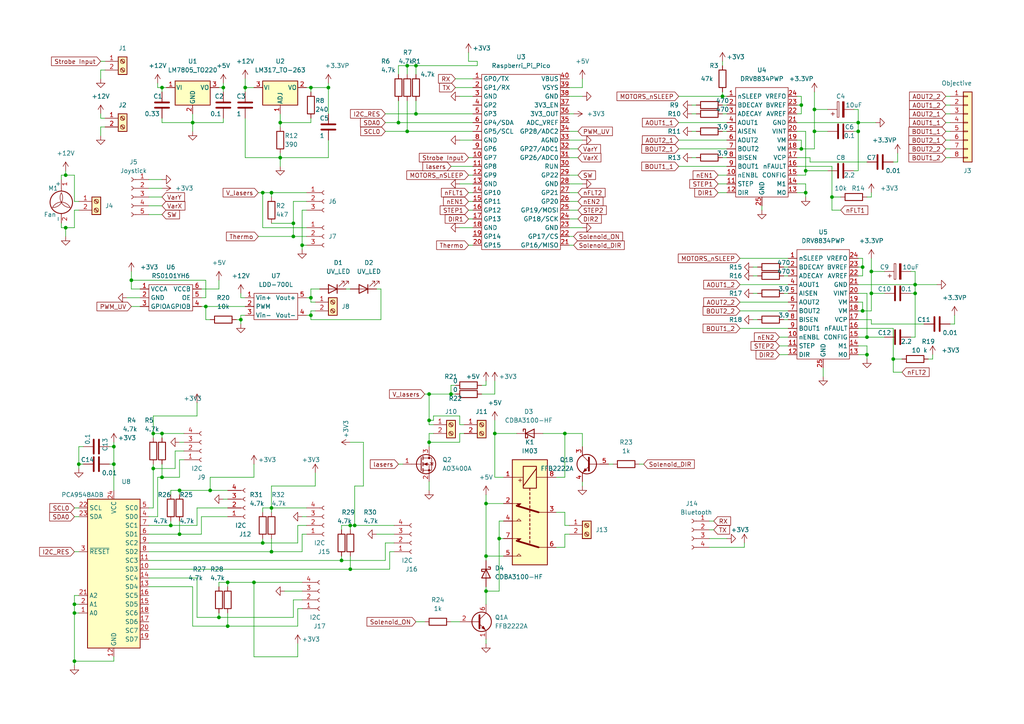
<source format=kicad_sch>
(kicad_sch (version 20230121) (generator eeschema)
  (paper "A4")
  (junction (at 73.66 168.91))
  (junction (at 21.59 177.8))
  (junction (at 90.17 86.36))
  (junction (at 46.99 25.4))
  (junction (at 130.81 114.3))
  (junction (at 252.73 78.74))
  (junction (at 143.51 125.73))
  (junction (at 69.85 92.71))
  (junction (at 66.04 181.61))
  (junction (at 265.43 85.09))
  (junction (at 140.97 171.45))
  (junction (at 85.09 64.77))
  (junction (at 232.41 43.18))
  (junction (at 44.45 125.73))
  (junction (at 163.83 125.73))
  (junction (at 55.88 35.56))
  (junction (at 251.46 97.79))
  (junction (at 236.22 38.1))
  (junction (at 265.43 82.55))
  (junction (at 21.59 175.26))
  (junction (at 120.65 19.05))
  (junction (at 241.3 57.15))
  (junction (at 250.19 77.47))
  (junction (at 38.1 81.28))
  (junction (at 118.11 19.05))
  (junction (at 140.97 161.29))
  (junction (at 81.28 45.72))
  (junction (at 250.19 90.17))
  (junction (at 118.11 38.1))
  (junction (at 252.73 85.09))
  (junction (at 46.99 125.73))
  (junction (at 71.12 25.4))
  (junction (at 19.05 66.04))
  (junction (at 46.99 138.43))
  (junction (at 259.08 104.14))
  (junction (at 236.22 31.75))
  (junction (at 251.46 102.87))
  (junction (at 248.92 38.1))
  (junction (at 90.17 91.44))
  (junction (at 63.5 179.07))
  (junction (at 33.02 134.62))
  (junction (at 140.97 146.05))
  (junction (at 115.57 35.56))
  (junction (at 52.07 154.94))
  (junction (at 124.46 128.27))
  (junction (at 232.41 30.48))
  (junction (at 101.6 165.1))
  (junction (at 101.6 152.4))
  (junction (at 78.74 160.02))
  (junction (at 102.87 152.4))
  (junction (at 76.2 157.48))
  (junction (at 22.86 134.62))
  (junction (at 21.59 191.77))
  (junction (at 144.78 156.21))
  (junction (at 49.53 152.4))
  (junction (at 95.25 25.4))
  (junction (at 59.69 88.9))
  (junction (at 78.74 147.32))
  (junction (at 33.02 129.54))
  (junction (at 90.17 25.4))
  (junction (at 209.55 27.94))
  (junction (at 78.74 55.88))
  (junction (at 233.68 55.88))
  (junction (at 19.05 50.8))
  (junction (at 248.92 35.56))
  (junction (at 81.28 35.56))
  (junction (at 66.04 168.91))
  (junction (at 124.46 121.92))
  (junction (at 120.65 33.02))
  (junction (at 233.68 49.53))
  (junction (at 85.09 68.58))
  (junction (at 52.07 142.24))
  (junction (at 87.63 71.12))
  (junction (at 60.96 142.24))
  (junction (at 99.06 162.56))
  (junction (at 76.2 55.88))
  (junction (at 124.46 114.3))
  (junction (at 64.77 25.4))
  (junction (at 44.45 135.89))
  (wire (pts (xy 165.1 27.94) (xy 168.91 27.94)))
  (wire (pts (xy 248.92 92.71) (xy 252.73 92.71)))
  (wire (pts (xy 46.99 59.69) (xy 43.18 59.69)))
  (wire (pts (xy 232.41 40.64) (xy 232.41 43.18)))
  (wire (pts (xy 17.78 66.04) (xy 19.05 66.04)))
  (wire (pts (xy 231.14 33.02) (xy 232.41 33.02)))
  (wire (pts (xy 233.68 50.8) (xy 231.14 50.8)))
  (wire (pts (xy 252.73 85.09) (xy 256.54 85.09)))
  (wire (pts (xy 259.08 107.95) (xy 259.08 104.14)))
  (wire (pts (xy 21.59 175.26) (xy 21.59 177.8)))
  (wire (pts (xy 114.3 160.02) (xy 113.03 160.02)))
  (wire (pts (xy 166.37 71.12) (xy 165.1 71.12)))
  (wire (pts (xy 157.48 125.73) (xy 163.83 125.73)))
  (wire (pts (xy 236.22 26.67) (xy 236.22 31.75)))
  (wire (pts (xy 31.75 129.54) (xy 33.02 129.54)))
  (wire (pts (xy 55.88 35.56) (xy 64.77 35.56)))
  (wire (pts (xy 53.34 128.27) (xy 52.07 128.27)))
  (wire (pts (xy 218.44 85.09) (xy 219.71 85.09)))
  (wire (pts (xy 167.64 58.42) (xy 165.1 58.42)))
  (wire (pts (xy 90.17 25.4) (xy 90.17 26.67)))
  (wire (pts (xy 265.43 82.55) (xy 271.78 82.55)))
  (wire (pts (xy 21.59 177.8) (xy 22.86 177.8)))
  (wire (pts (xy 231.14 27.94) (xy 232.41 27.94)))
  (wire (pts (xy 113.03 165.1) (xy 113.03 160.02)))
  (wire (pts (xy 135.89 58.42) (xy 137.16 58.42)))
  (wire (pts (xy 44.45 135.89) (xy 50.8 135.89)))
  (wire (pts (xy 31.75 134.62) (xy 33.02 134.62)))
  (wire (pts (xy 78.74 55.88) (xy 88.9 55.88)))
  (wire (pts (xy 274.32 43.18) (xy 275.59 43.18)))
  (wire (pts (xy 186.69 134.62) (xy 185.42 134.62)))
  (wire (pts (xy 57.15 179.07) (xy 63.5 179.07)))
  (wire (pts (xy 59.69 86.36) (xy 59.69 81.28)))
  (wire (pts (xy 33.02 190.5) (xy 33.02 191.77)))
  (wire (pts (xy 43.18 154.94) (xy 52.07 154.94)))
  (wire (pts (xy 209.55 38.1) (xy 210.82 38.1)))
  (wire (pts (xy 248.92 82.55) (xy 265.43 82.55)))
  (wire (pts (xy 140.97 161.29) (xy 140.97 146.05)))
  (wire (pts (xy 167.64 60.96) (xy 165.1 60.96)))
  (wire (pts (xy 59.69 92.71) (xy 60.96 92.71)))
  (wire (pts (xy 43.18 160.02) (xy 78.74 160.02)))
  (wire (pts (xy 165.1 25.4) (xy 168.91 25.4)))
  (wire (pts (xy 248.92 100.33) (xy 251.46 100.33)))
  (wire (pts (xy 52.07 142.24) (xy 52.07 143.51)))
  (wire (pts (xy 238.76 106.68) (xy 238.76 109.22)))
  (wire (pts (xy 231.14 55.88) (xy 233.68 55.88)))
  (wire (pts (xy 134.62 123.19) (xy 133.35 123.19)))
  (wire (pts (xy 68.58 92.71) (xy 69.85 92.71)))
  (wire (pts (xy 231.14 45.72) (xy 234.95 45.72)))
  (wire (pts (xy 44.45 135.89) (xy 44.45 147.32)))
  (wire (pts (xy 274.32 27.94) (xy 275.59 27.94)))
  (wire (pts (xy 248.92 35.56) (xy 254 35.56)))
  (wire (pts (xy 19.05 49.53) (xy 19.05 50.8)))
  (wire (pts (xy 90.17 91.44) (xy 90.17 90.17)))
  (wire (pts (xy 252.73 78.74) (xy 256.54 78.74)))
  (wire (pts (xy 269.24 104.14) (xy 270.51 104.14)))
  (wire (pts (xy 227.33 77.47) (xy 228.6 77.47)))
  (wire (pts (xy 21.59 147.32) (xy 22.86 147.32)))
  (wire (pts (xy 165.1 50.8) (xy 167.64 50.8)))
  (wire (pts (xy 76.2 147.32) (xy 78.74 147.32)))
  (wire (pts (xy 115.57 19.05) (xy 115.57 21.59)))
  (wire (pts (xy 105.41 128.27) (xy 105.41 140.97)))
  (wire (pts (xy 78.74 64.77) (xy 85.09 64.77)))
  (wire (pts (xy 29.21 20.32) (xy 29.21 22.86)))
  (wire (pts (xy 215.9 157.48) (xy 215.9 158.75)))
  (wire (pts (xy 132.08 22.86) (xy 137.16 22.86)))
  (wire (pts (xy 227.33 92.71) (xy 228.6 92.71)))
  (wire (pts (xy 132.08 25.4) (xy 137.16 25.4)))
  (wire (pts (xy 95.25 25.4) (xy 90.17 25.4)))
  (wire (pts (xy 66.04 168.91) (xy 73.66 168.91)))
  (wire (pts (xy 248.92 87.63) (xy 250.19 87.63)))
  (wire (pts (xy 209.55 27.94) (xy 210.82 27.94)))
  (wire (pts (xy 205.74 156.21) (xy 210.82 156.21)))
  (wire (pts (xy 132.08 114.3) (xy 130.81 114.3)))
  (wire (pts (xy 55.88 33.02) (xy 55.88 35.56)))
  (wire (pts (xy 140.97 161.29) (xy 140.97 162.56)))
  (wire (pts (xy 63.5 168.91) (xy 66.04 168.91)))
  (wire (pts (xy 78.74 140.97) (xy 78.74 147.32)))
  (wire (pts (xy 252.73 74.93) (xy 252.73 78.74)))
  (wire (pts (xy 248.92 49.53) (xy 248.92 38.1)))
  (wire (pts (xy 33.02 134.62) (xy 33.02 142.24)))
  (wire (pts (xy 81.28 33.02) (xy 81.28 35.56)))
  (wire (pts (xy 135.89 50.8) (xy 137.16 50.8)))
  (wire (pts (xy 88.9 91.44) (xy 90.17 91.44)))
  (wire (pts (xy 214.63 74.93) (xy 228.6 74.93)))
  (wire (pts (xy 236.22 31.75) (xy 236.22 38.1)))
  (wire (pts (xy 29.21 33.02) (xy 29.21 34.29)))
  (wire (pts (xy 248.92 31.75) (xy 248.92 35.56)))
  (wire (pts (xy 252.73 93.98) (xy 252.73 92.71)))
  (wire (pts (xy 52.07 138.43) (xy 52.07 133.35)))
  (wire (pts (xy 133.35 40.64) (xy 137.16 40.64)))
  (wire (pts (xy 165.1 40.64) (xy 168.91 40.64)))
  (wire (pts (xy 214.63 95.25) (xy 228.6 95.25)))
  (wire (pts (xy 133.35 125.73) (xy 133.35 128.27)))
  (wire (pts (xy 43.18 54.61) (xy 46.99 54.61)))
  (wire (pts (xy 274.32 33.02) (xy 275.59 33.02)))
  (wire (pts (xy 218.44 80.01) (xy 219.71 80.01)))
  (wire (pts (xy 241.3 48.26) (xy 241.3 57.15)))
  (wire (pts (xy 140.97 171.45) (xy 140.97 175.26)))
  (wire (pts (xy 143.51 114.3) (xy 139.7 114.3)))
  (wire (pts (xy 140.97 170.18) (xy 140.97 171.45)))
  (wire (pts (xy 102.87 140.97) (xy 102.87 152.4)))
  (wire (pts (xy 30.48 20.32) (xy 29.21 20.32)))
  (wire (pts (xy 250.19 87.63) (xy 250.19 90.17)))
  (wire (pts (xy 120.65 19.05) (xy 138.43 19.05)))
  (wire (pts (xy 91.44 137.16) (xy 91.44 140.97)))
  (wire (pts (xy 88.9 58.42) (xy 85.09 58.42)))
  (wire (pts (xy 231.14 35.56) (xy 248.92 35.56)))
  (wire (pts (xy 43.18 162.56) (xy 99.06 162.56)))
  (wire (pts (xy 101.6 152.4) (xy 99.06 152.4)))
  (wire (pts (xy 59.69 88.9) (xy 71.12 88.9)))
  (wire (pts (xy 118.11 19.05) (xy 118.11 21.59)))
  (wire (pts (xy 111.76 157.48) (xy 111.76 162.56)))
  (wire (pts (xy 44.45 120.65) (xy 57.15 120.65)))
  (wire (pts (xy 57.15 179.07) (xy 57.15 167.64)))
  (wire (pts (xy 87.63 173.99) (xy 85.09 173.99)))
  (wire (pts (xy 144.78 151.13) (xy 144.78 156.21)))
  (wire (pts (xy 168.91 129.54) (xy 168.91 125.73)))
  (wire (pts (xy 241.3 57.15) (xy 243.84 57.15)))
  (wire (pts (xy 30.48 17.78) (xy 29.21 17.78)))
  (wire (pts (xy 85.09 68.58) (xy 88.9 68.58)))
  (wire (pts (xy 22.86 134.62) (xy 24.13 134.62)))
  (wire (pts (xy 87.63 72.39) (xy 87.63 71.12)))
  (wire (pts (xy 58.42 154.94) (xy 58.42 149.86)))
  (wire (pts (xy 52.07 154.94) (xy 58.42 154.94)))
  (wire (pts (xy 87.63 60.96) (xy 88.9 60.96)))
  (wire (pts (xy 125.73 120.65) (xy 125.73 121.92)))
  (wire (pts (xy 233.68 49.53) (xy 240.03 49.53)))
  (wire (pts (xy 248.92 77.47) (xy 250.19 77.47)))
  (wire (pts (xy 200.66 33.02) (xy 201.93 33.02)))
  (wire (pts (xy 59.69 88.9) (xy 59.69 92.71)))
  (wire (pts (xy 135.89 55.88) (xy 137.16 55.88)))
  (wire (pts (xy 101.6 128.27) (xy 105.41 128.27)))
  (wire (pts (xy 124.46 139.7) (xy 124.46 142.24)))
  (wire (pts (xy 165.1 152.4) (xy 163.83 152.4)))
  (wire (pts (xy 260.35 46.99) (xy 259.08 46.99)))
  (wire (pts (xy 270.51 104.14) (xy 270.51 102.87)))
  (wire (pts (xy 55.88 170.18) (xy 43.18 170.18)))
  (wire (pts (xy 88.9 149.86) (xy 87.63 149.86)))
  (wire (pts (xy 209.55 26.67) (xy 209.55 27.94)))
  (wire (pts (xy 95.25 24.13) (xy 95.25 25.4)))
  (wire (pts (xy 166.37 68.58) (xy 165.1 68.58)))
  (wire (pts (xy 43.18 62.23) (xy 46.99 62.23)))
  (wire (pts (xy 265.43 85.09) (xy 265.43 82.55)))
  (wire (pts (xy 247.65 49.53) (xy 248.92 49.53)))
  (wire (pts (xy 248.92 38.1) (xy 248.92 35.56)))
  (wire (pts (xy 30.48 36.83) (xy 29.21 36.83)))
  (wire (pts (xy 130.81 114.3) (xy 130.81 111.76)))
  (wire (pts (xy 21.59 160.02) (xy 22.86 160.02)))
  (wire (pts (xy 44.45 134.62) (xy 44.45 135.89)))
  (wire (pts (xy 66.04 177.8) (xy 66.04 181.61)))
  (wire (pts (xy 71.12 25.4) (xy 71.12 26.67)))
  (wire (pts (xy 248.92 85.09) (xy 251.46 85.09)))
  (wire (pts (xy 218.44 77.47) (xy 219.71 77.47)))
  (wire (pts (xy 21.59 175.26) (xy 22.86 175.26)))
  (wire (pts (xy 143.51 125.73) (xy 143.51 138.43)))
  (wire (pts (xy 109.22 154.94) (xy 114.3 154.94)))
  (wire (pts (xy 250.19 90.17) (xy 252.73 90.17)))
  (wire (pts (xy 105.41 140.97) (xy 102.87 140.97)))
  (wire (pts (xy 46.99 134.62) (xy 46.99 138.43)))
  (wire (pts (xy 165.1 45.72) (xy 167.64 45.72)))
  (wire (pts (xy 209.55 17.78) (xy 209.55 19.05)))
  (wire (pts (xy 46.99 57.15) (xy 43.18 57.15)))
  (wire (pts (xy 165.1 53.34) (xy 168.91 53.34)))
  (wire (pts (xy 274.32 38.1) (xy 275.59 38.1)))
  (wire (pts (xy 73.66 168.91) (xy 87.63 168.91)))
  (wire (pts (xy 49.53 152.4) (xy 57.15 152.4)))
  (wire (pts (xy 233.68 53.34) (xy 233.68 55.88)))
  (wire (pts (xy 66.04 168.91) (xy 66.04 170.18)))
  (wire (pts (xy 177.8 134.62) (xy 176.53 134.62)))
  (wire (pts (xy 63.5 179.07) (xy 85.09 179.07)))
  (wire (pts (xy 209.55 45.72) (xy 210.82 45.72)))
  (wire (pts (xy 52.07 151.13) (xy 52.07 154.94)))
  (wire (pts (xy 252.73 57.15) (xy 251.46 57.15)))
  (wire (pts (xy 44.45 120.65) (xy 44.45 125.73)))
  (wire (pts (xy 87.63 171.45) (xy 82.55 171.45)))
  (wire (pts (xy 274.32 40.64) (xy 275.59 40.64)))
  (wire (pts (xy 123.19 114.3) (xy 124.46 114.3)))
  (wire (pts (xy 100.33 83.82) (xy 101.6 83.82)))
  (wire (pts (xy 163.83 125.73) (xy 163.83 138.43)))
  (wire (pts (xy 248.92 80.01) (xy 250.19 80.01)))
  (wire (pts (xy 101.6 152.4) (xy 101.6 153.67)))
  (wire (pts (xy 234.95 46.99) (xy 251.46 46.99)))
  (wire (pts (xy 133.35 53.34) (xy 137.16 53.34)))
  (wire (pts (xy 144.78 156.21) (xy 144.78 171.45)))
  (wire (pts (xy 63.5 81.28) (xy 63.5 83.82)))
  (wire (pts (xy 87.63 154.94) (xy 88.9 154.94)))
  (wire (pts (xy 232.41 43.18) (xy 231.14 43.18)))
  (wire (pts (xy 76.2 156.21) (xy 76.2 157.48)))
  (wire (pts (xy 276.86 91.44) (xy 276.86 93.98)))
  (wire (pts (xy 130.81 111.76) (xy 132.08 111.76)))
  (wire (pts (xy 78.74 55.88) (xy 78.74 57.15)))
  (wire (pts (xy 125.73 125.73) (xy 124.46 125.73)))
  (wire (pts (xy 135.89 60.96) (xy 137.16 60.96)))
  (wire (pts (xy 87.63 176.53) (xy 86.36 176.53)))
  (wire (pts (xy 114.3 157.48) (xy 111.76 157.48)))
  (wire (pts (xy 22.86 60.96) (xy 21.59 60.96)))
  (wire (pts (xy 251.46 104.14) (xy 251.46 102.87)))
  (wire (pts (xy 21.59 191.77) (xy 21.59 193.04)))
  (wire (pts (xy 232.41 27.94) (xy 232.41 30.48)))
  (wire (pts (xy 57.15 147.32) (xy 57.15 152.4)))
  (wire (pts (xy 261.62 107.95) (xy 259.08 107.95)))
  (wire (pts (xy 226.06 100.33) (xy 228.6 100.33)))
  (wire (pts (xy 133.35 66.04) (xy 137.16 66.04)))
  (wire (pts (xy 44.45 125.73) (xy 46.99 125.73)))
  (wire (pts (xy 207.01 151.13) (xy 205.74 151.13)))
  (wire (pts (xy 214.63 87.63) (xy 228.6 87.63)))
  (wire (pts (xy 78.74 147.32) (xy 78.74 148.59)))
  (wire (pts (xy 87.63 71.12) (xy 88.9 71.12)))
  (wire (pts (xy 45.72 25.4) (xy 46.99 25.4)))
  (wire (pts (xy 120.65 29.21) (xy 120.65 33.02)))
  (wire (pts (xy 85.09 58.42) (xy 85.09 64.77)))
  (wire (pts (xy 73.66 134.62) (xy 73.66 138.43)))
  (wire (pts (xy 74.93 55.88) (xy 76.2 55.88)))
  (wire (pts (xy 226.06 97.79) (xy 228.6 97.79)))
  (wire (pts (xy 231.14 38.1) (xy 233.68 38.1)))
  (wire (pts (xy 38.1 78.74) (xy 38.1 81.28)))
  (wire (pts (xy 95.25 40.64) (xy 95.25 45.72)))
  (wire (pts (xy 118.11 29.21) (xy 118.11 38.1)))
  (wire (pts (xy 24.13 129.54) (xy 22.86 129.54)))
  (wire (pts (xy 64.77 24.13) (xy 64.77 25.4)))
  (wire (pts (xy 168.91 139.7) (xy 168.91 140.97)))
  (wire (pts (xy 120.65 180.34) (xy 123.19 180.34)))
  (wire (pts (xy 46.99 35.56) (xy 55.88 35.56)))
  (wire (pts (xy 168.91 125.73) (xy 163.83 125.73)))
  (wire (pts (xy 264.16 78.74) (xy 265.43 78.74)))
  (wire (pts (xy 209.55 33.02) (xy 210.82 33.02)))
  (wire (pts (xy 50.8 130.81) (xy 50.8 135.89)))
  (wire (pts (xy 124.46 121.92) (xy 125.73 121.92)))
  (wire (pts (xy 143.51 110.49) (xy 143.51 114.3)))
  (wire (pts (xy 57.15 116.84) (xy 57.15 120.65)))
  (wire (pts (xy 236.22 43.18) (xy 232.41 43.18)))
  (wire (pts (xy 86.36 186.69) (xy 86.36 190.5)))
  (wire (pts (xy 165.1 55.88) (xy 167.64 55.88)))
  (wire (pts (xy 21.59 172.72) (xy 21.59 175.26)))
  (wire (pts (xy 69.85 92.71) (xy 69.85 93.98)))
  (wire (pts (xy 252.73 55.88) (xy 252.73 57.15)))
  (wire (pts (xy 44.45 147.32) (xy 43.18 147.32)))
  (wire (pts (xy 101.6 152.4) (xy 102.87 152.4)))
  (wire (pts (xy 22.86 129.54) (xy 22.86 134.62)))
  (wire (pts (xy 124.46 114.3) (xy 124.46 121.92)))
  (wire (pts (xy 29.21 36.83) (xy 29.21 39.37)))
  (wire (pts (xy 85.09 173.99) (xy 85.09 179.07)))
  (wire (pts (xy 81.28 44.45) (xy 81.28 45.72)))
  (wire (pts (xy 134.62 125.73) (xy 133.35 125.73)))
  (wire (pts (xy 227.33 85.09) (xy 228.6 85.09)))
  (wire (pts (xy 44.45 127) (xy 44.45 125.73)))
  (wire (pts (xy 146.05 151.13) (xy 144.78 151.13)))
  (wire (pts (xy 232.41 30.48) (xy 232.41 33.02)))
  (wire (pts (xy 120.65 33.02) (xy 137.16 33.02)))
  (wire (pts (xy 53.34 133.35) (xy 52.07 133.35)))
  (wire (pts (xy 133.35 27.94) (xy 137.16 27.94)))
  (wire (pts (xy 167.64 63.5) (xy 165.1 63.5)))
  (wire (pts (xy 200.66 38.1) (xy 201.93 38.1)))
  (wire (pts (xy 144.78 171.45) (xy 140.97 171.45)))
  (wire (pts (xy 264.16 85.09) (xy 265.43 85.09)))
  (wire (pts (xy 260.35 44.45) (xy 260.35 46.99)))
  (wire (pts (xy 165.1 66.04) (xy 168.91 66.04)))
  (wire (pts (xy 69.85 85.09) (xy 69.85 86.36)))
  (wire (pts (xy 99.06 161.29) (xy 99.06 162.56)))
  (wire (pts (xy 196.85 40.64) (xy 210.82 40.64)))
  (wire (pts (xy 252.73 93.98) (xy 267.97 93.98)))
  (wire (pts (xy 233.68 57.15) (xy 233.68 55.88)))
  (wire (pts (xy 90.17 91.44) (xy 90.17 92.71)))
  (wire (pts (xy 90.17 83.82) (xy 92.71 83.82)))
  (wire (pts (xy 81.28 48.26) (xy 81.28 45.72)))
  (wire (pts (xy 231.14 40.64) (xy 232.41 40.64)))
  (wire (pts (xy 66.04 181.61) (xy 86.36 181.61)))
  (wire (pts (xy 250.19 74.93) (xy 250.19 77.47)))
  (wire (pts (xy 64.77 25.4) (xy 64.77 26.67)))
  (wire (pts (xy 161.29 158.75) (xy 163.83 158.75)))
  (wire (pts (xy 251.46 97.79) (xy 256.54 97.79)))
  (wire (pts (xy 161.29 148.59) (xy 163.83 148.59)))
  (wire (pts (xy 124.46 125.73) (xy 124.46 128.27)))
  (wire (pts (xy 78.74 140.97) (xy 91.44 140.97)))
  (wire (pts (xy 265.43 97.79) (xy 265.43 85.09)))
  (wire (pts (xy 196.85 43.18) (xy 210.82 43.18)))
  (wire (pts (xy 46.99 125.73) (xy 46.99 127)))
  (wire (pts (xy 66.04 147.32) (xy 57.15 147.32)))
  (wire (pts (xy 247.65 38.1) (xy 248.92 38.1)))
  (wire (pts (xy 71.12 25.4) (xy 71.12 22.86)))
  (wire (pts (xy 196.85 48.26) (xy 210.82 48.26)))
  (wire (pts (xy 88.9 152.4) (xy 86.36 152.4)))
  (wire (pts (xy 90.17 87.63) (xy 91.44 87.63)))
  (wire (pts (xy 200.66 45.72) (xy 201.93 45.72)))
  (wire (pts (xy 19.05 66.04) (xy 21.59 66.04)))
  (wire (pts (xy 214.63 90.17) (xy 228.6 90.17)))
  (wire (pts (xy 58.42 86.36) (xy 59.69 86.36)))
  (wire (pts (xy 66.04 144.78) (xy 64.77 144.78)))
  (wire (pts (xy 252.73 78.74) (xy 252.73 85.09)))
  (wire (pts (xy 19.05 50.8) (xy 21.59 50.8)))
  (wire (pts (xy 55.88 35.56) (xy 55.88 38.1)))
  (wire (pts (xy 248.92 74.93) (xy 250.19 74.93)))
  (wire (pts (xy 63.5 177.8) (xy 63.5 179.07)))
  (wire (pts (xy 138.43 17.78) (xy 138.43 19.05)))
  (wire (pts (xy 99.06 153.67) (xy 99.06 152.4)))
  (wire (pts (xy 38.1 81.28) (xy 59.69 81.28)))
  (wire (pts (xy 33.02 129.54) (xy 33.02 134.62)))
  (wire (pts (xy 110.49 83.82) (xy 110.49 92.71)))
  (wire (pts (xy 71.12 34.29) (xy 71.12 45.72)))
  (wire (pts (xy 43.18 152.4) (xy 49.53 152.4)))
  (wire (pts (xy 101.6 165.1) (xy 113.03 165.1)))
  (wire (pts (xy 236.22 31.75) (xy 240.03 31.75)))
  (wire (pts (xy 74.93 68.58) (xy 85.09 68.58)))
  (wire (pts (xy 115.57 134.62) (xy 116.84 134.62)))
  (wire (pts (xy 45.72 149.86) (xy 43.18 149.86)))
  (wire (pts (xy 120.65 19.05) (xy 120.65 21.59)))
  (wire (pts (xy 45.72 138.43) (xy 46.99 138.43)))
  (wire (pts (xy 66.04 142.24) (xy 60.96 142.24)))
  (wire (pts (xy 71.12 45.72) (xy 81.28 45.72)))
  (wire (pts (xy 140.97 111.76) (xy 140.97 110.49)))
  (wire (pts (xy 209.55 30.48) (xy 210.82 30.48)))
  (wire (pts (xy 90.17 90.17) (xy 91.44 90.17)))
  (wire (pts (xy 251.46 85.09) (xy 251.46 97.79)))
  (wire (pts (xy 90.17 35.56) (xy 81.28 35.56)))
  (wire (pts (xy 46.99 26.67) (xy 46.99 25.4)))
  (wire (pts (xy 60.96 138.43) (xy 73.66 138.43)))
  (wire (pts (xy 101.6 161.29) (xy 101.6 165.1)))
  (wire (pts (xy 36.83 86.36) (xy 40.64 86.36)))
  (wire (pts (xy 73.66 25.4) (xy 71.12 25.4)))
  (wire (pts (xy 87.63 60.96) (xy 87.63 71.12)))
  (wire (pts (xy 95.25 33.02) (xy 95.25 25.4)))
  (wire (pts (xy 90.17 34.29) (xy 90.17 35.56)))
  (wire (pts (xy 60.96 138.43) (xy 60.96 142.24)))
  (wire (pts (xy 165.1 43.18) (xy 167.64 43.18)))
  (wire (pts (xy 248.92 97.79) (xy 251.46 97.79)))
  (wire (pts (xy 30.48 34.29) (xy 29.21 34.29)))
  (wire (pts (xy 69.85 86.36) (xy 71.12 86.36)))
  (wire (pts (xy 251.46 100.33) (xy 251.46 102.87)))
  (wire (pts (xy 46.99 125.73) (xy 53.34 125.73)))
  (wire (pts (xy 17.78 64.77) (xy 17.78 66.04)))
  (wire (pts (xy 21.59 177.8) (xy 21.59 191.77)))
  (wire (pts (xy 78.74 160.02) (xy 87.63 160.02)))
  (wire (pts (xy 165.1 33.02) (xy 166.37 33.02)))
  (wire (pts (xy 21.59 149.86) (xy 22.86 149.86)))
  (wire (pts (xy 85.09 64.77) (xy 85.09 68.58)))
  (wire (pts (xy 124.46 128.27) (xy 133.35 128.27)))
  (wire (pts (xy 49.53 143.51) (xy 49.53 142.24)))
  (wire (pts (xy 17.78 50.8) (xy 19.05 50.8)))
  (wire (pts (xy 43.18 165.1) (xy 101.6 165.1)))
  (wire (pts (xy 124.46 114.3) (xy 130.81 114.3)))
  (wire (pts (xy 17.78 52.07) (xy 17.78 50.8)))
  (wire (pts (xy 81.28 35.56) (xy 81.28 36.83)))
  (wire (pts (xy 86.36 152.4) (xy 86.36 157.48)))
  (wire (pts (xy 196.85 35.56) (xy 210.82 35.56)))
  (wire (pts (xy 227.33 80.01) (xy 228.6 80.01)))
  (wire (pts (xy 140.97 185.42) (xy 140.97 186.69)))
  (wire (pts (xy 78.74 156.21) (xy 78.74 160.02)))
  (wire (pts (xy 71.12 91.44) (xy 69.85 91.44)))
  (wire (pts (xy 124.46 123.19) (xy 125.73 123.19)))
  (wire (pts (xy 208.28 50.8) (xy 210.82 50.8)))
  (wire (pts (xy 248.92 90.17) (xy 250.19 90.17)))
  (wire (pts (xy 45.72 24.13) (xy 45.72 25.4)))
  (wire (pts (xy 248.92 95.25) (xy 259.08 95.25)))
  (wire (pts (xy 88.9 25.4) (xy 90.17 25.4)))
  (wire (pts (xy 115.57 29.21) (xy 115.57 35.56)))
  (wire (pts (xy 138.43 17.78) (xy 135.89 17.78)))
  (wire (pts (xy 22.86 58.42) (xy 21.59 58.42)))
  (wire (pts (xy 140.97 143.51) (xy 140.97 146.05)))
  (wire (pts (xy 55.88 181.61) (xy 55.88 170.18)))
  (wire (pts (xy 69.85 91.44) (xy 69.85 92.71)))
  (wire (pts (xy 135.89 45.72) (xy 137.16 45.72)))
  (wire (pts (xy 118.11 19.05) (xy 120.65 19.05)))
  (wire (pts (xy 49.53 151.13) (xy 49.53 152.4)))
  (wire (pts (xy 46.99 34.29) (xy 46.99 35.56)))
  (wire (pts (xy 109.22 83.82) (xy 110.49 83.82)))
  (wire (pts (xy 248.92 102.87) (xy 251.46 102.87)))
  (wire (pts (xy 46.99 138.43) (xy 52.07 138.43)))
  (wire (pts (xy 146.05 161.29) (xy 140.97 161.29)))
  (wire (pts (xy 214.63 82.55) (xy 228.6 82.55)))
  (wire (pts (xy 63.5 170.18) (xy 63.5 168.91)))
  (wire (pts (xy 165.1 154.94) (xy 163.83 154.94)))
  (wire (pts (xy 124.46 128.27) (xy 124.46 129.54)))
  (wire (pts (xy 58.42 88.9) (xy 59.69 88.9)))
  (wire (pts (xy 135.89 71.12) (xy 137.16 71.12)))
  (wire (pts (xy 81.28 45.72) (xy 95.25 45.72)))
  (wire (pts (xy 236.22 38.1) (xy 240.03 38.1)))
  (wire (pts (xy 163.83 154.94) (xy 163.83 158.75)))
  (wire (pts (xy 135.89 63.5) (xy 137.16 63.5)))
  (wire (pts (xy 133.35 123.19) (xy 133.35 120.65)))
  (wire (pts (xy 163.83 138.43) (xy 161.29 138.43)))
  (wire (pts (xy 21.59 66.04) (xy 21.59 60.96)))
  (wire (pts (xy 76.2 66.04) (xy 76.2 55.88)))
  (wire (pts (xy 143.51 121.92) (xy 143.51 125.73)))
  (wire (pts (xy 53.34 130.81) (xy 50.8 130.81)))
  (wire (pts (xy 21.59 50.8) (xy 21.59 58.42)))
  (wire (pts (xy 200.66 30.48) (xy 201.93 30.48)))
  (wire (pts (xy 76.2 55.88) (xy 78.74 55.88)))
  (wire (pts (xy 118.11 38.1) (xy 137.16 38.1)))
  (wire (pts (xy 46.99 25.4) (xy 48.26 25.4)))
  (wire (pts (xy 43.18 157.48) (xy 76.2 157.48)))
  (wire (pts (xy 38.1 81.28) (xy 38.1 83.82)))
  (wire (pts (xy 243.84 60.96) (xy 241.3 60.96)))
  (wire (pts (xy 86.36 181.61) (xy 86.36 176.53)))
  (wire (pts (xy 265.43 78.74) (xy 265.43 82.55)))
  (wire (pts (xy 140.97 146.05) (xy 146.05 146.05)))
  (wire (pts (xy 57.15 167.64) (xy 43.18 167.64)))
  (wire (pts (xy 90.17 83.82) (xy 90.17 86.36)))
  (wire (pts (xy 90.17 86.36) (xy 90.17 87.63)))
  (wire (pts (xy 144.78 156.21) (xy 146.05 156.21)))
  (wire (pts (xy 226.06 102.87) (xy 228.6 102.87)))
  (wire (pts (xy 231.14 53.34) (xy 233.68 53.34)))
  (wire (pts (xy 196.85 27.94) (xy 209.55 27.94)))
  (wire (pts (xy 22.86 134.62) (xy 22.86 135.89)))
  (wire (pts (xy 165.1 38.1) (xy 167.64 38.1)))
  (wire (pts (xy 252.73 90.17) (xy 252.73 85.09)))
  (wire (pts (xy 276.86 93.98) (xy 275.59 93.98)))
  (wire (pts (xy 76.2 148.59) (xy 76.2 147.32)))
  (wire (pts (xy 73.66 168.91) (xy 73.66 190.5)))
  (wire (pts (xy 233.68 38.1) (xy 233.68 49.53)))
  (wire (pts (xy 43.18 52.07) (xy 46.99 52.07)))
  (wire (pts (xy 76.2 157.48) (xy 86.36 157.48)))
  (wire (pts (xy 33.02 191.77) (xy 21.59 191.77)))
  (wire (pts (xy 99.06 162.56) (xy 111.76 162.56)))
  (wire (pts (xy 115.57 19.05) (xy 118.11 19.05)))
  (wire (pts (xy 274.32 30.48) (xy 275.59 30.48)))
  (wire (pts (xy 63.5 83.82) (xy 58.42 83.82)))
  (wire (pts (xy 45.72 138.43) (xy 45.72 149.86)))
  (wire (pts (xy 33.02 128.27) (xy 33.02 129.54)))
  (wire (pts (xy 234.95 46.99) (xy 234.95 45.72)))
  (wire (pts (xy 259.08 104.14) (xy 261.62 104.14)))
  (wire (pts (xy 135.89 17.78) (xy 135.89 15.24)))
  (wire (pts (xy 64.77 34.29) (xy 64.77 35.56)))
  (wire (pts (xy 208.28 55.88) (xy 210.82 55.88)))
  (wire (pts (xy 231.14 48.26) (xy 241.3 48.26)))
  (wire (pts (xy 111.76 33.02) (xy 120.65 33.02)))
  (wire (pts (xy 73.66 190.5) (xy 86.36 190.5)))
  (wire (pts (xy 250.19 77.47) (xy 250.19 80.01)))
  (wire (pts (xy 78.74 147.32) (xy 88.9 147.32)))
  (wire (pts (xy 76.2 66.04) (xy 88.9 66.04)))
  (wire (pts (xy 208.28 53.34) (xy 210.82 53.34)))
  (wire (pts (xy 66.04 149.86) (xy 58.42 149.86)))
  (wire (pts (xy 163.83 152.4) (xy 163.83 148.59)))
  (wire (pts (xy 264.16 97.79) (xy 265.43 97.79)))
  (wire (pts (xy 205.74 158.75) (xy 215.9 158.75)))
  (wire (pts (xy 87.63 160.02) (xy 87.63 154.94)))
  (wire (pts (xy 220.98 59.69) (xy 220.98 60.96)))
  (wire (pts (xy 274.32 35.56) (xy 275.59 35.56)))
  (wire (pts (xy 233.68 49.53) (xy 233.68 50.8)))
  (wire (pts (xy 247.65 31.75) (xy 248.92 31.75)))
  (wire (pts (xy 236.22 38.1) (xy 236.22 43.18)))
  (wire (pts (xy 38.1 83.82) (xy 40.64 83.82)))
  (wire (pts (xy 218.44 92.71) (xy 219.71 92.71)))
  (wire (pts (xy 52.07 142.24) (xy 60.96 142.24)))
  (wire (pts (xy 110.49 92.71) (xy 90.17 92.71)))
  (wire (pts (xy 259.08 95.25) (xy 259.08 104.14)))
  (wire (pts (xy 111.76 35.56) (xy 115.57 35.56)))
  (wire (pts (xy 88.9 86.36) (xy 90.17 86.36)))
  (wire (pts (xy 102.87 152.4) (xy 114.3 152.4)))
  (wire (pts (xy 133.35 120.65) (xy 125.73 120.65)))
  (wire (pts (xy 130.81 48.26) (xy 137.16 48.26)))
  (wire (pts (xy 111.76 38.1) (xy 118.11 38.1)))
  (wire (pts (xy 124.46 121.92) (xy 124.46 123.19)))
  (wire (pts (xy 63.5 25.4) (xy 64.77 25.4)))
  (wire (pts (xy 168.91 25.4) (xy 168.91 22.86)))
  (wire (pts (xy 22.86 172.72) (xy 21.59 172.72)))
  (wire (pts (xy 55.88 181.61) (xy 66.04 181.61)))
  (wire (pts (xy 49.53 142.24) (xy 52.07 142.24)))
  (wire (pts (xy 205.74 153.67) (xy 207.01 153.67)))
  (wire (pts (xy 38.1 88.9) (xy 40.64 88.9)))
  (wire (pts (xy 241.3 60.96) (xy 241.3 57.15)))
  (wire (pts (xy 274.32 45.72) (xy 275.59 45.72)))
  (wire (pts (xy 149.86 125.73) (xy 143.51 125.73)))
  (wire (pts (xy 115.57 35.56) (xy 137.16 35.56)))
  (wire (pts (xy 139.7 111.76) (xy 140.97 111.76)))
  (wire (pts (xy 143.51 138.43) (xy 146.05 138.43)))
  (wire (pts (xy 19.05 66.04) (xy 19.05 68.58)))
  (wire (pts (xy 130.81 180.34) (xy 133.35 180.34)))
  (wire (pts (xy 231.14 30.48) (xy 232.41 30.48)))
  (global_label "Strobe Input" (shape input) (at 29.21 17.78 180) (property "Intersheetrefs" "${INTERSHEET_REFS}" (effects hide)))
  (global_label "AOUT2_2" (shape input) (at 274.32 27.94 180) (property "Intersheetrefs" "${INTERSHEET_REFS}" (effects hide)))
  (global_label "BOUT2_1" (shape input) (at 274.32 40.64 180) (property "Intersheetrefs" "${INTERSHEET_REFS}" (effects hide)))
  (global_label "BOUT1_1" (shape input) (at 196.85 48.26 180) (property "Intersheetrefs" "${INTERSHEET_REFS}" (effects hide)))
  (global_label "BOUT2_1" (shape input) (at 196.85 43.18 180) (property "Intersheetrefs" "${INTERSHEET_REFS}" (effects hide)))
  (global_label "AOUT2_1" (shape input) (at 196.85 40.64 180) (property "Intersheetrefs" "${INTERSHEET_REFS}" (effects hide)))
  (global_label "AOUT1_1" (shape input) (at 274.32 35.56 180) (property "Intersheetrefs" "${INTERSHEET_REFS}" (effects hide)))
  (global_label "RX" (shape input) (at 207.01 151.13 0) (property "Intersheetrefs" "${INTERSHEET_REFS}" (effects hide)))
  (global_label "nFLT2" (shape input) (at 261.62 107.95 0) (property "Intersheetrefs" "${INTERSHEET_REFS}" (effects hide)))
  (global_label "DIR1" (shape input) (at 135.89 63.5 180) (property "Intersheetrefs" "${INTERSHEET_REFS}" (effects hide)))
  (global_label "SDA0" (shape input) (at 111.76 35.56 180) (property "Intersheetrefs" "${INTERSHEET_REFS}" (effects hide)))
  (global_label "RX" (shape input) (at 132.08 22.86 180) (property "Intersheetrefs" "${INTERSHEET_REFS}" (effects hide)))
  (global_label "SDA0" (shape input) (at 21.59 149.86 180) (property "Intersheetrefs" "${INTERSHEET_REFS}" (effects hide)))
  (global_label "AOUT1_2" (shape input) (at 214.63 82.55 180) (property "Intersheetrefs" "${INTERSHEET_REFS}" (effects hide)))
  (global_label "PWM_UV" (shape input) (at 38.1 88.9 180) (property "Intersheetrefs" "${INTERSHEET_REFS}" (effects hide)))
  (global_label "Solenoid_ON" (shape input) (at 120.65 180.34 180) (property "Intersheetrefs" "${INTERSHEET_REFS}" (effects hide)))
  (global_label "Strobe Input" (shape input) (at 135.89 45.72 180) (property "Intersheetrefs" "${INTERSHEET_REFS}" (effects hide)))
  (global_label "TX" (shape input) (at 132.08 25.4 180) (property "Intersheetrefs" "${INTERSHEET_REFS}" (effects hide)))
  (global_label "VarY" (shape input) (at 46.99 57.15 0) (property "Intersheetrefs" "${INTERSHEET_REFS}" (effects hide)))
  (global_label "SCL0" (shape input) (at 21.59 147.32 180) (property "Intersheetrefs" "${INTERSHEET_REFS}" (effects hide)))
  (global_label "Solenoid_ON" (shape input) (at 166.37 68.58 0) (property "Intersheetrefs" "${INTERSHEET_REFS}" (effects hide)))
  (global_label "SCL0" (shape input) (at 111.76 38.1 180) (property "Intersheetrefs" "${INTERSHEET_REFS}" (effects hide)))
  (global_label "STEP1" (shape input) (at 135.89 60.96 180) (property "Intersheetrefs" "${INTERSHEET_REFS}" (effects hide)))
  (global_label "BOUT1_2" (shape input) (at 214.63 95.25 180) (property "Intersheetrefs" "${INTERSHEET_REFS}" (effects hide)))
  (global_label "DIR2" (shape input) (at 226.06 102.87 180) (property "Intersheetrefs" "${INTERSHEET_REFS}" (effects hide)))
  (global_label "lasers" (shape input) (at 115.57 134.62 180) (property "Intersheetrefs" "${INTERSHEET_REFS}" (effects hide)))
  (global_label "lasers" (shape input) (at 130.81 48.26 180) (property "Intersheetrefs" "${INTERSHEET_REFS}" (effects hide)))
  (global_label "nEN2" (shape input) (at 226.06 97.79 180) (property "Intersheetrefs" "${INTERSHEET_REFS}" (effects hide)))
  (global_label "nFLT1" (shape input) (at 243.84 60.96 0) (property "Intersheetrefs" "${INTERSHEET_REFS}" (effects hide)))
  (global_label "nFLT1" (shape input) (at 135.89 55.88 180) (property "Intersheetrefs" "${INTERSHEET_REFS}" (effects hide)))
  (global_label "BOUT2_2" (shape input) (at 274.32 43.18 180) (property "Intersheetrefs" "${INTERSHEET_REFS}" (effects hide)))
  (global_label "VarX" (shape input) (at 167.64 45.72 0) (property "Intersheetrefs" "${INTERSHEET_REFS}" (effects hide)))
  (global_label "DIR2" (shape input) (at 167.64 63.5 0) (property "Intersheetrefs" "${INTERSHEET_REFS}" (effects hide)))
  (global_label "MOTORS_nSLEEP" (shape input) (at 214.63 74.93 180) (property "Intersheetrefs" "${INTERSHEET_REFS}" (effects hide)))
  (global_label "Thermo" (shape input) (at 135.89 71.12 180) (property "Intersheetrefs" "${INTERSHEET_REFS}" (effects hide)))
  (global_label "AOUT2_1" (shape input) (at 274.32 33.02 180) (property "Intersheetrefs" "${INTERSHEET_REFS}" (effects hide)))
  (global_label "V_lasers" (shape input) (at 74.93 55.88 180) (property "Intersheetrefs" "${INTERSHEET_REFS}" (effects hide)))
  (global_label "MOTORS_nSLEEP" (shape input) (at 196.85 27.94 180) (property "Intersheetrefs" "${INTERSHEET_REFS}" (effects hide)))
  (global_label "STEP2" (shape input) (at 167.64 60.96 0) (property "Intersheetrefs" "${INTERSHEET_REFS}" (effects hide)))
  (global_label "AOUT1_1" (shape input) (at 196.85 35.56 180) (property "Intersheetrefs" "${INTERSHEET_REFS}" (effects hide)))
  (global_label "I2C_RES" (shape input) (at 111.76 33.02 180) (property "Intersheetrefs" "${INTERSHEET_REFS}" (effects hide)))
  (global_label "AOUT1_2" (shape input) (at 274.32 30.48 180) (property "Intersheetrefs" "${INTERSHEET_REFS}" (effects hide)))
  (global_label "nEN1" (shape input) (at 135.89 58.42 180) (property "Intersheetrefs" "${INTERSHEET_REFS}" (effects hide)))
  (global_label "nEN1" (shape input) (at 208.28 50.8 180) (property "Intersheetrefs" "${INTERSHEET_REFS}" (effects hide)))
  (global_label "MOTORS_nSLEEP" (shape input) (at 135.89 50.8 180) (property "Intersheetrefs" "${INTERSHEET_REFS}" (effects hide)))
  (global_label "Solenoid_DIR" (shape input) (at 166.37 71.12 0) (property "Intersheetrefs" "${INTERSHEET_REFS}" (effects hide)))
  (global_label "TX" (shape input) (at 207.01 153.67 0) (property "Intersheetrefs" "${INTERSHEET_REFS}" (effects hide)))
  (global_label "V_lasers" (shape input) (at 123.19 114.3 180) (property "Intersheetrefs" "${INTERSHEET_REFS}" (effects hide)))
  (global_label "STEP1" (shape input) (at 208.28 53.34 180) (property "Intersheetrefs" "${INTERSHEET_REFS}" (effects hide)))
  (global_label "PWM_UV" (shape input) (at 167.64 38.1 0) (property "Intersheetrefs" "${INTERSHEET_REFS}" (effects hide)))
  (global_label "STEP2" (shape input) (at 226.06 100.33 180) (property "Intersheetrefs" "${INTERSHEET_REFS}" (effects hide)))
  (global_label "AOUT2_2" (shape input) (at 214.63 87.63 180) (property "Intersheetrefs" "${INTERSHEET_REFS}" (effects hide)))
  (global_label "Solenoid_DIR" (shape input) (at 186.69 134.62 0) (property "Intersheetrefs" "${INTERSHEET_REFS}" (effects hide)))
  (global_label "BOUT2_2" (shape input) (at 214.63 90.17 180) (property "Intersheetrefs" "${INTERSHEET_REFS}" (effects hide)))
  (global_label "BOUT1_1" (shape input) (at 274.32 38.1 180) (property "Intersheetrefs" "${INTERSHEET_REFS}" (effects hide)))
  (global_label "I2C_RES" (shape input) (at 21.59 160.02 180) (property "Intersheetrefs" "${INTERSHEET_REFS}" (effects hide)))
  (global_label "BOUT1_2" (shape input) (at 274.32 45.72 180) (property "Intersheetrefs" "${INTERSHEET_REFS}" (effects hide)))
  (global_label "SW" (shape input) (at 46.99 62.23 0) (property "Intersheetrefs" "${INTERSHEET_REFS}" (effects hide)))
  (global_label "VarY" (shape input) (at 167.64 43.18 0) (property "Intersheetrefs" "${INTERSHEET_REFS}" (effects hide)))
  (global_label "Thermo" (shape input) (at 74.93 68.58 180) (property "Intersheetrefs" "${INTERSHEET_REFS}" (effects hide)))
  (global_label "nFLT2" (shape input) (at 167.64 55.88 0) (property "Intersheetrefs" "${INTERSHEET_REFS}" (effects hide)))
  (global_label "nEN2" (shape input) (at 167.64 58.42 0) (property "Intersheetrefs" "${INTERSHEET_REFS}" (effects hide)))
  (global_label "SW" (shape input) (at 167.64 50.8 0) (property "Intersheetrefs" "${INTERSHEET_REFS}" (effects hide)))
  (global_label "VarX" (shape input) (at 46.99 59.69 0) (property "Intersheetrefs" "${INTERSHEET_REFS}" (effects hide)))
  (global_label "DIR1" (shape input) (at 208.28 55.88 180) (property "Intersheetrefs" "${INTERSHEET_REFS}" (effects hide)))
  (symbol (lib_id "power:+3.3V") (at 91.44 137.16 0) (unit 1)
    (property "Reference" "#PWR079" (effects hide))
    (property "Value" "+3.3V" (at 90.17 133.35 0))
  )
  (symbol (lib_id "power:GND") (at 218.44 80.01 270) (unit 1)
    (property "Reference" "#PWR040" (effects hide))
    (property "Value" "GND" (effects hide))
  )
  (symbol (lib_id "power:+3.3V") (at 73.66 134.62 0) (unit 1)
    (property "Reference" "#PWR057" (effects hide))
    (property "Value" "+3.3V" (at 77.47 133.35 0))
  )
  (symbol (lib_id "power:GND") (at 133.35 27.94 270) (unit 1)
    (property "Reference" "#PWR011" (effects hide))
    (property "Value" "GND" (effects hide))
  )
  (symbol (lib_id "power:+12V") (at 19.05 49.53 0) (unit 1)
    (property "Reference" "#PWR026" (effects hide))
    (property "Value" "+12V" (at 19.05 44.45 0))
  )
  (symbol (lib_id "Connector:Conn_01x03_Socket") (at 93.98 58.42 0) (unit 1)
    (property "Reference" "J6" (at 95.25 58.42 0) (effects (justify left)))
    (property "Value" "Conn_01x03_Socket" (effects hide))
    (property "Footprint" "Connector_PinSocket_2.54mm:PinSocket_1x03_P2.54mm_Vertical" (effects hide))
  )
  (symbol (lib_id "Device:R") (at 120.65 25.4 0) (unit 1)
    (property "Reference" "R1" (at 119.38 17.78 0) (effects (justify left)))
    (property "Value" "4.7k" (at 121.92 21.59 0) (effects (justify left)))
    (property "Footprint" "Resistor_SMD:R_0603_1608Metric_Pad0.98x0.95mm_HandSolder" (effects hide))
  )
  (symbol (lib_id "Connector:Conn_01x03_Socket") (at 93.98 68.58 0) (unit 1)
    (property "Reference" "J7" (at 95.25 68.58 0) (effects (justify left)))
    (property "Value" "Conn_01x03_Socket" (effects hide))
    (property "Footprint" "Connector_PinSocket_2.54mm:PinSocket_1x03_P2.54mm_Vertical" (effects hide))
  )
  (symbol (lib_id "power:+5V") (at 143.51 121.92 0) (unit 1)
    (property "Reference" "#PWR055" (effects hide))
    (property "Value" "+5V" (at 143.51 116.84 0))
  )
  (symbol (lib_id "Device:R") (at 99.06 157.48 0) (unit 1)
    (property "Reference" "R29" (at 99.06 148.59 0) (effects (justify left)))
    (property "Value" "4.7k" (at 97.79 151.13 0) (effects (justify left)))
    (property "Footprint" "Resistor_SMD:R_0603_1608Metric_Pad0.98x0.95mm_HandSolder" (effects hide))
  )
  (symbol (lib_id "Device:C_Polarized") (at 243.84 31.75 90) (unit 1)
    (property "Reference" "C4" (at 243.84 27.94 90))
    (property "Value" "10uF" (at 247.65 30.48 90))
    (property "Footprint" "Capacitor_THT:CP_Radial_D6.3mm_P2.50mm" (effects hide))
  )
  (symbol (lib_id "power:GND") (at 133.35 40.64 270) (unit 1)
    (property "Reference" "#PWR021" (effects hide))
    (property "Value" "GND" (effects hide))
  )
  (symbol (lib_id "power:GND") (at 140.97 186.69 0) (unit 1)
    (property "Reference" "#PWR067" (effects hide))
    (property "Value" "GND" (effects hide))
  )
  (symbol (lib_id "Device:R") (at 66.04 173.99 0) (unit 1)
    (property "Reference" "R28" (at 60.96 165.1 0) (effects (justify left)))
    (property "Value" "4.7k" (at 60.96 167.64 0) (effects (justify left)))
    (property "Footprint" "Resistor_SMD:R_0603_1608Metric_Pad0.98x0.95mm_HandSolder" (effects hide))
  )
  (symbol (lib_id "Device:R") (at 78.74 60.96 0) (unit 1)
    (property "Reference" "R2" (at 80.01 59.69 0) (effects (justify left)))
    (property "Value" "4k7" (at 80.01 62.23 0) (effects (justify left)))
    (property "Footprint" "Resistor_SMD:R_0603_1608Metric_Pad0.98x0.95mm_HandSolder" (effects hide))
  )
  (symbol (lib_id "power:GND") (at 168.91 27.94 90) (unit 1)
    (property "Reference" "#PWR012" (effects hide))
    (property "Value" "GND" (effects hide))
  )
  (symbol (lib_id "Device:C") (at 95.25 36.83 0) (unit 1)
    (property "Reference" "C5" (at 92.71 34.29 0) (effects (justify left)))
    (property "Value" "1" (at 92.71 39.37 0) (effects (justify left)))
    (property "Footprint" "Capacitor_SMD:C_0603_1608Metric_Pad1.08x0.95mm_HandSolder" (effects hide))
  )
  (symbol (lib_id "Device:R") (at 205.74 38.1 90) (unit 1)
    (property "Reference" "R11" (at 195.58 38.1 90))
    (property "Value" "3.9" (at 209.55 36.83 90))
    (property "Footprint" "Resistor_SMD:R_0603_1608Metric_Pad0.98x0.95mm_HandSolder" (effects hide))
  )
  (symbol (lib_id "Device:C") (at 64.77 30.48 0) (unit 1)
    (property "Reference" "C2" (at 62.23 27.94 0) (effects (justify left)))
    (property "Value" "0.1" (at 60.96 33.02 0) (effects (justify left)))
    (property "Footprint" "Capacitor_SMD:C_0603_1608Metric_Pad1.08x0.95mm_HandSolder" (effects hide))
  )
  (symbol (lib_id "Shield_Emergent:Raspberri_Pi_Pico") (at 151.13 34.29 0) (unit 1)
    (property "Reference" "U3" (at 151.13 16.51 0))
    (property "Value" "Raspberri_Pi_Pico" (at 151.13 19.05 0))
    (property "Footprint" "Shield_Emergent:Raspberry Pi Pico" (effects hide))
  )
  (symbol (lib_id "power:GND") (at 168.91 53.34 90) (unit 1)
    (property "Reference" "#PWR028" (effects hide))
    (property "Value" "GND" (effects hide))
  )
  (symbol (lib_id "Interface_Expansion:PCA9548ADB") (at 33.02 165.1 0) (unit 1)
    (property "Reference" "U8" (at 35.2141 139.7 0) (effects (justify left)))
    (property "Value" "PCA9548ADB" (at 17.78 143.51 0) (effects (justify left)))
    (property "Footprint" "Package_SO:SSOP-24_5.3x8.2mm_P0.65mm" (effects hide))
    (property "Datasheet" "http://www.ti.com/lit/ds/symlink/pca9548a.pdf" (effects hide))
  )
  (symbol (lib_id "power:+3.3V") (at 135.89 15.24 0) (unit 1)
    (property "Reference" "#PWR02" (effects hide))
    (property "Value" "+3.3V" (at 139.7 13.97 0))
  )
  (symbol (lib_id "power:GND") (at 19.05 68.58 0) (unit 1)
    (property "Reference" "#PWR036" (effects hide))
    (property "Value" "GND" (effects hide))
  )
  (symbol (lib_id "power:GND") (at 200.66 45.72 270) (unit 1)
    (property "Reference" "#PWR024" (effects hide))
    (property "Value" "GND" (effects hide))
  )
  (symbol (lib_id "Connector:Conn_01x04_Female") (at 92.71 173.99 0) (mirror x) (unit 1)
    (property "Reference" "J17" (at 92.71 181.61 0))
    (property "Value" "I2C" (at 91.44 179.07 0))
    (property "Footprint" "Connector_PinSocket_2.54mm:PinSocket_1x04_P2.54mm_Vertical" (effects hide))
  )
  (symbol (lib_id "Device:R") (at 181.61 134.62 270) (mirror x) (unit 1)
    (property "Reference" "R23" (at 181.61 128.27 90))
    (property "Value" "1k" (at 181.61 130.81 90))
    (property "Footprint" "Resistor_SMD:R_0603_1608Metric_Pad0.98x0.95mm_HandSolder" (effects hide))
  )
  (symbol (lib_id "Connector:Conn_01x04_Female") (at 119.38 157.48 0) (mirror x) (unit 1)
    (property "Reference" "J16" (at 119.38 165.1 0))
    (property "Value" "I2C" (at 118.11 162.56 0))
    (property "Footprint" "Connector_PinSocket_2.54mm:PinSocket_1x04_P2.54mm_Vertical" (effects hide))
  )
  (symbol (lib_id "Connector:Screw_Terminal_01x02") (at 35.56 34.29 0) (unit 1)
    (property "Reference" "J2" (at 35.56 30.48 0))
    (property "Value" "Screw_Terminal_01x02" (effects hide))
    (property "Footprint" "Connector_PinSocket_2.54mm:PinSocket_1x02_P2.54mm_Vertical" (effects hide))
  )
  (symbol (lib_id "Regulator_Linear:LM7805_TO220") (at 55.88 25.4 0) (unit 1)
    (property "Reference" "U1" (at 55.88 17.78 0))
    (property "Value" "LM7805_TO220" (at 55.88 20.32 0))
    (property "Footprint" "Package_TO_SOT_THT:TO-220-3_Vertical" (effects hide))
    (property "Datasheet" "https://www.onsemi.cn/PowerSolutions/document/MC7800-D.PDF" (effects hide))
  )
  (symbol (lib_id "Connector:Screw_Terminal_01x02") (at 96.52 87.63 0) (unit 1)
    (property "Reference" "J8" (at 99.06 88.8999 0) (effects (justify left)))
    (property "Value" "Screw_Terminal_01x02" (effects hide))
    (property "Footprint" "Connector_PinSocket_2.54mm:PinSocket_1x02_P2.54mm_Vertical" (effects hide))
  )
  (symbol (lib_id "Connector:Screw_Terminal_01x02") (at 27.94 58.42 0) (unit 1)
    (property "Reference" "J4" (at 30.48 59.6899 0) (effects (justify left)))
    (property "Value" "Screw_Terminal_01x02" (effects hide))
    (property "Footprint" "Connector_PinSocket_2.54mm:PinSocket_1x02_P2.54mm_Vertical" (effects hide))
  )
  (symbol (lib_id "power:+3.3VP") (at 236.22 26.67 0) (unit 1)
    (property "Reference" "#PWR010" (effects hide))
    (property "Value" "+3.3VP" (at 232.41 22.86 0))
  )
  (symbol (lib_id "Connector:Screw_Terminal_01x02") (at 130.81 123.19 0) (unit 1)
    (property "Reference" "J10" (at 130.81 119.38 0))
    (property "Value" "Screw_Terminal_01x02" (effects hide))
    (property "Footprint" "Connector_PinSocket_2.54mm:PinSocket_1x02_P2.54mm_Vertical" (effects hide))
  )
  (symbol (lib_id "power:GND") (at 29.21 22.86 0) (unit 1)
    (property "Reference" "#PWR04" (effects hide))
    (property "Value" "GND" (effects hide))
  )
  (symbol (lib_id "Relay:IM03") (at 153.67 148.59 90) (mirror x) (unit 1)
    (property "Reference" "K1" (at 153.67 128.27 90))
    (property "Value" "IM03" (at 153.67 130.81 90))
    (property "Footprint" "Relay_THT:Relay_DPDT_AXICOM_IMSeries_Pitch5.08mm" (effects hide))
    (property "Datasheet" "http://www.te.com/commerce/DocumentDelivery/DDEController?Action=srchrtrv&DocNm=108-98001&DocType=SS&DocLang=EN" (effects hide))
  )
  (symbol (lib_id "Device:R") (at 135.89 114.3 90) (unit 1)
    (property "Reference" "R22" (at 132.08 115.57 90))
    (property "Value" "0" (at 132.08 113.03 90))
    (property "Footprint" "Resistor_SMD:R_0603_1608Metric_Pad0.98x0.95mm_HandSolder" (effects hide))
  )
  (symbol (lib_id "Shield_Emergent:RS0101YH6") (at 49.53 86.36 0) (unit 1)
    (property "Reference" "U6" (at 49.53 77.47 0))
    (property "Value" "RS0101YH6" (at 49.53 80.01 0))
    (property "Footprint" "Package_TO_SOT_SMD:SOT-23-6_Handsoldering" (effects hide))
  )
  (symbol (lib_id "Device:R") (at 223.52 92.71 90) (unit 1)
    (property "Reference" "R18" (at 213.36 92.71 90))
    (property "Value" "3.9" (at 227.33 91.44 90))
    (property "Footprint" "Resistor_SMD:R_0603_1608Metric_Pad0.98x0.95mm_HandSolder" (effects hide))
  )
  (symbol (lib_id "Device:R") (at 78.74 152.4 0) (unit 1)
    (property "Reference" "R32" (at 78.74 143.51 0) (effects (justify left)))
    (property "Value" "4.7k" (at 78.74 146.05 0) (effects (justify left)))
    (property "Footprint" "Resistor_SMD:R_0603_1608Metric_Pad0.98x0.95mm_HandSolder" (effects hide))
  )
  (symbol (lib_id "power:+12V") (at 45.72 24.13 0) (unit 1)
    (property "Reference" "#PWR07" (effects hide))
    (property "Value" "+12V" (at 45.72 19.05 0))
  )
  (symbol (lib_id "power:GND") (at 200.66 30.48 270) (unit 1)
    (property "Reference" "#PWR013" (effects hide))
    (property "Value" "GND" (effects hide))
  )
  (symbol (lib_id "power:GND") (at 168.91 40.64 90) (unit 1)
    (property "Reference" "#PWR022" (effects hide))
    (property "Value" "GND" (effects hide))
  )
  (symbol (lib_id "power:GND") (at 87.63 149.86 270) (unit 1)
    (property "Reference" "#PWR065" (effects hide))
    (property "Value" "GND" (effects hide))
  )
  (symbol (lib_id "power:GND") (at 133.35 53.34 270) (unit 1)
    (property "Reference" "#PWR027" (effects hide))
    (property "Value" "GND" (effects hide))
  )
  (symbol (lib_id "Shield_Emergent:LDD-700L") (at 80.01 88.9 0) (unit 1)
    (property "Reference" "U7" (at 80.01 80.01 0))
    (property "Value" "LDD-700L" (at 80.01 82.55 0))
    (property "Footprint" "Shield_Emergent:LDD-700L" (effects hide))
  )
  (symbol (lib_id "power:+3.3V") (at 46.99 54.61 270) (unit 1)
    (property "Reference" "#PWR031" (effects hide))
    (property "Value" "+3.3V" (at 50.8 54.61 90) (effects (justify left)))
  )
  (symbol (lib_id "power:+3.3V") (at 33.02 128.27 0) (unit 1)
    (property "Reference" "#PWR01" (effects hide))
    (property "Value" "+3.3V" (at 36.83 127 0))
  )
  (symbol (lib_id "power:+12V") (at 69.85 85.09 0) (unit 1)
    (property "Reference" "#PWR047" (effects hide))
    (property "Value" "+12V" (at 69.85 80.01 0))
  )
  (symbol (lib_id "Device:R") (at 127 180.34 90) (unit 1)
    (property "Reference" "R24" (at 127 173.99 90))
    (property "Value" "1k" (at 127 176.53 90))
    (property "Footprint" "Resistor_SMD:R_0603_1608Metric_Pad0.98x0.95mm_HandSolder" (effects hide))
  )
  (symbol (lib_id "Device:C") (at 71.12 30.48 0) (unit 1)
    (property "Reference" "C3" (at 68.58 27.94 0) (effects (justify left)))
    (property "Value" "1" (at 68.58 33.02 0) (effects (justify left)))
    (property "Footprint" "Capacitor_SMD:C_0603_1608Metric_Pad1.08x0.95mm_HandSolder" (effects hide))
  )
  (symbol (lib_id "Device:LED") (at 105.41 83.82 180) (unit 1) (on_board no)
    (property "Reference" "D2" (at 106.9975 76.2 0))
    (property "Value" "UV_LED" (at 106.9975 78.74 0))
  )
  (symbol (lib_id "Device:R") (at 205.74 45.72 90) (unit 1)
    (property "Reference" "R13" (at 195.58 45.72 90))
    (property "Value" "3.9" (at 209.55 44.45 90))
    (property "Footprint" "Resistor_SMD:R_0603_1608Metric_Pad0.98x0.95mm_HandSolder" (effects hide))
  )
  (symbol (lib_id "Transistor_BJT:FFB2222A") (at 171.45 134.62 0) (mirror y) (unit 2)
    (property "Reference" "Q1" (at 166.37 133.3499 0) (effects (justify left)))
    (property "Value" "FFB2222A" (at 166.37 135.8899 0) (effects (justify left)))
    (property "Footprint" "Package_TO_SOT_SMD:SOT-363_SC-70-6_Handsoldering" (effects hide))
    (property "Datasheet" "https://www.onsemi.com/pub/Collateral/MMPQ2222A-D.pdf" (effects hide))
  )
  (symbol (lib_id "power:+12V") (at 71.12 22.86 0) (unit 1)
    (property "Reference" "#PWR05" (effects hide))
    (property "Value" "+12V" (at 71.12 17.78 0))
  )
  (symbol (lib_id "power:GND") (at 133.35 66.04 270) (unit 1)
    (property "Reference" "#PWR034" (effects hide))
    (property "Value" "GND" (effects hide))
  )
  (symbol (lib_id "Connector:Screw_Terminal_01x02") (at 35.56 17.78 0) (unit 1)
    (property "Reference" "J1" (at 35.56 13.97 0))
    (property "Value" "Screw_Terminal_01x02" (effects hide))
    (property "Footprint" "Connector_PinSocket_2.54mm:PinSocket_1x02_P2.54mm_Vertical" (effects hide))
  )
  (symbol (lib_id "power:GND") (at 200.66 33.02 270) (unit 1)
    (property "Reference" "#PWR016" (effects hide))
    (property "Value" "GND" (effects hide))
  )
  (symbol (lib_id "Device:R") (at 49.53 147.32 0) (unit 1)
    (property "Reference" "R25" (at 52.07 143.51 0) (effects (justify left)))
    (property "Value" "4.7k" (at 44.45 151.13 0) (effects (justify left)))
    (property "Footprint" "Resistor_SMD:R_0603_1608Metric_Pad0.98x0.95mm_HandSolder" (effects hide))
  )
  (symbol (lib_id "power:GND") (at 218.44 92.71 270) (unit 1)
    (property "Reference" "#PWR045" (effects hide))
    (property "Value" "GND" (effects hide))
  )
  (symbol (lib_id "Device:R") (at 64.77 92.71 90) (unit 1)
    (property "Reference" "R20" (at 64.77 86.36 90))
    (property "Value" "10k" (at 64.77 88.9 90))
    (property "Footprint" "Resistor_SMD:R_0603_1608Metric_Pad0.98x0.95mm_HandSolder" (effects hide))
  )
  (symbol (lib_id "Connector:Conn_01x04_Female") (at 71.12 147.32 0) (mirror x) (unit 1)
    (property "Reference" "J12" (at 71.12 154.94 0))
    (property "Value" "I2C" (at 69.85 152.4 0))
    (property "Footprint" "Connector_PinSocket_2.54mm:PinSocket_1x04_P2.54mm_Vertical" (effects hide))
  )
  (symbol (lib_id "power:+3.3V") (at 57.15 116.84 0) (unit 1)
    (property "Reference" "#PWR071" (effects hide))
    (property "Value" "+3.3V" (at 55.88 115.57 0))
  )
  (symbol (lib_id "power:GND") (at 46.99 52.07 90) (unit 1)
    (property "Reference" "#PWR029" (effects hide))
    (property "Value" "GND" (effects hide))
  )
  (symbol (lib_id "Device:C") (at 27.94 129.54 270) (unit 1)
    (property "Reference" "C13" (at 30.48 127 0) (effects (justify left)))
    (property "Value" "0.1" (at 25.4 125.73 0) (effects (justify left)))
    (property "Footprint" "Capacitor_SMD:C_0603_1608Metric_Pad1.08x0.95mm_HandSolder" (effects hide))
  )
  (symbol (lib_id "power:GND") (at 64.77 144.78 270) (unit 1)
    (property "Reference" "#PWR061" (effects hide))
    (property "Value" "GND" (effects hide))
  )
  (symbol (lib_id "power:+3.3V") (at 209.55 17.78 0) (unit 1)
    (property "Reference" "#PWR03" (effects hide))
    (property "Value" "+3.3V" (at 213.36 16.51 0))
  )
  (symbol (lib_id "power:+3.3V") (at 101.6 128.27 90) (unit 1)
    (property "Reference" "#PWR062" (effects hide))
    (property "Value" "+3.3V" (at 100.33 124.46 0))
  )
  (symbol (lib_id "Device:C") (at 27.94 134.62 90) (unit 1)
    (property "Reference" "C14" (at 25.4 133.35 90))
    (property "Value" "0.01" (at 31.75 137.16 90))
    (property "Footprint" "Capacitor_SMD:C_0603_1608Metric_Pad1.08x0.95mm_HandSolder" (effects hide))
  )
  (symbol (lib_id "Connector:Conn_01x05_Female") (at 38.1 57.15 0) (mirror y) (unit 1)
    (property "Reference" "J5" (at 38.735 46.99 0))
    (property "Value" "Joystick" (at 38.735 49.53 0))
    (property "Footprint" "Connector_PinSocket_2.54mm:PinSocket_1x05_P2.54mm_Vertical" (effects hide))
  )
  (symbol (lib_id "power:GND") (at 55.88 38.1 0) (unit 1)
    (property "Reference" "#PWR018" (effects hide))
    (property "Value" "GND" (effects hide))
  )
  (symbol (lib_id "Shield_Emergent:DRV8834PWP") (at 220.98 41.91 0) (unit 1)
    (property "Reference" "U4" (at 220.98 20.32 0))
    (property "Value" "DRV8834PWP" (at 220.98 22.86 0))
    (property "Footprint" "Shield_Emergent:DRV8834PWP" (effects hide))
  )
  (symbol (lib_id "Device:R") (at 46.99 130.81 0) (unit 1)
    (property "Reference" "R5" (at 41.91 121.92 0) (effects (justify left)))
    (property "Value" "4.7k" (at 41.91 124.46 0) (effects (justify left)))
    (property "Footprint" "Resistor_SMD:R_0603_1608Metric_Pad0.98x0.95mm_HandSolder" (effects hide))
  )
  (symbol (lib_id "power:GND") (at 238.76 109.22 0) (unit 1)
    (property "Reference" "#PWR051" (effects hide))
    (property "Value" "GND" (effects hide))
  )
  (symbol (lib_id "power:+3.3V") (at 270.51 102.87 0) (unit 1)
    (property "Reference" "#PWR049" (effects hide))
    (property "Value" "+3.3V" (at 273.05 101.5999 0) (effects (justify left)))
  )
  (symbol (lib_id "power:+3.3V") (at 166.37 33.02 270) (unit 1)
    (property "Reference" "#PWR015" (effects hide))
    (property "Value" "+3.3V" (at 170.18 33.0199 90) (effects (justify left)))
  )
  (symbol (lib_id "power:GND") (at 271.78 82.55 90) (unit 1)
    (property "Reference" "#PWR041" (effects hide))
    (property "Value" "GND" (effects hide))
  )
  (symbol (lib_id "Device:C") (at 243.84 38.1 270) (unit 1)
    (property "Reference" "C6" (at 246.38 36.83 90))
    (property "Value" "0.1" (at 246.38 39.37 90))
    (property "Footprint" "Capacitor_SMD:C_0603_1608Metric_Pad1.08x0.95mm_HandSolder" (effects hide))
  )
  (symbol (lib_id "Device:R") (at 205.74 30.48 90) (unit 1)
    (property "Reference" "R9" (at 195.58 30.48 90))
    (property "Value" "470" (at 209.55 29.21 90))
    (property "Footprint" "Resistor_SMD:R_0603_1608Metric_Pad0.98x0.95mm_HandSolder" (effects hide))
  )
  (symbol (lib_id "power:+3.3VP") (at 260.35 44.45 0) (unit 1)
    (property "Reference" "#PWR023" (effects hide))
    (property "Value" "+3.3VP" (at 256.54 40.64 0))
  )
  (symbol (lib_id "power:+3.3VP") (at 276.86 91.44 0) (unit 1)
    (property "Reference" "#PWR043" (effects hide))
    (property "Value" "+3.3VP" (at 276.86 86.36 0))
  )
  (symbol (lib_id "Device:C_Polarized") (at 260.35 78.74 90) (unit 1)
    (property "Reference" "C9" (at 256.54 77.47 90))
    (property "Value" "10uF" (at 264.16 77.47 90))
    (property "Footprint" "Capacitor_THT:CP_Radial_D6.3mm_P2.50mm" (effects hide))
  )
  (symbol (lib_id "Device:R") (at 209.55 22.86 0) (unit 1)
    (property "Reference" "R3" (at 205.74 19.05 0) (effects (justify left)))
    (property "Value" "47k" (at 203.2 22.86 0) (effects (justify left)))
    (property "Footprint" "Resistor_SMD:R_0603_1608Metric_Pad0.98x0.95mm_HandSolder" (effects hide))
  )
  (symbol (lib_id "power:+3.3VP") (at 252.73 74.93 0) (unit 1)
    (property "Reference" "#PWR037" (effects hide))
    (property "Value" "+3.3VP" (at 252.73 69.85 0))
  )
  (symbol (lib_id "Shield_Emergent:DRV8834PWP") (at 238.76 88.9 0) (unit 1)
    (property "Reference" "U5" (at 238.76 67.31 0))
    (property "Value" "DRV8834PWP" (at 238.76 69.85 0))
    (property "Footprint" "Shield_Emergent:DRV8834PWP" (effects hide))
  )
  (symbol (lib_id "power:+3.3VP") (at 95.25 24.13 0) (unit 1)
    (property "Reference" "#PWR09" (effects hide))
    (property "Value" "+3.3VP" (at 97.79 19.05 0))
  )
  (symbol (lib_id "power:+3.3V") (at 143.51 110.49 0) (unit 1)
    (property "Reference" "#PWR054" (effects hide))
    (property "Value" "+3.3V" (at 147.32 109.22 0))
  )
  (symbol (lib_id "Device:R") (at 44.45 130.81 0) (unit 1)
    (property "Reference" "R4" (at 36.83 121.92 0) (effects (justify left)))
    (property "Value" "4.7k" (at 35.56 124.46 0) (effects (justify left)))
    (property "Footprint" "Resistor_SMD:R_0603_1608Metric_Pad0.98x0.95mm_HandSolder" (effects hide))
  )
  (symbol (lib_id "Device:C") (at 255.27 46.99 90) (unit 1)
    (property "Reference" "C7" (at 252.73 45.72 90))
    (property "Value" "0.01" (at 259.08 49.53 90))
    (property "Footprint" "Capacitor_SMD:C_0603_1608Metric_Pad1.08x0.95mm_HandSolder" (effects hide))
  )
  (symbol (lib_id "Transistor_FET:AO3400A") (at 121.92 134.62 0) (unit 1)
    (property "Reference" "Q2" (at 128.27 133.3499 0) (effects (justify left)))
    (property "Value" "AO3400A" (at 128.27 135.8899 0) (effects (justify left)))
    (property "Footprint" "Package_TO_SOT_SMD:SOT-23" (effects hide))
    (property "Datasheet" "http://www.aosmd.com/pdfs/datasheet/AO3400A.pdf" (effects hide))
  )
  (symbol (lib_id "Device:C") (at 260.35 97.79 90) (unit 1)
    (property "Reference" "C12" (at 256.54 96.52 90))
    (property "Value" "2.2" (at 262.89 99.06 90))
    (property "Footprint" "Capacitor_SMD:C_0603_1608Metric_Pad1.08x0.95mm_HandSolder" (effects hide))
  )
  (symbol (lib_id "Device:C") (at 243.84 49.53 90) (unit 1)
    (property "Reference" "C8" (at 243.84 45.72 90))
    (property "Value" "2.2" (at 246.38 50.8 90))
    (property "Footprint" "Capacitor_SMD:C_0603_1608Metric_Pad1.08x0.95mm_HandSolder" (effects hide))
  )
  (symbol (lib_id "power:GND") (at 69.85 93.98 0) (unit 1)
    (property "Reference" "#PWR052" (effects hide))
    (property "Value" "GND" (effects hide))
  )
  (symbol (lib_id "power:+5V") (at 140.97 110.49 0) (unit 1)
    (property "Reference" "#PWR053" (effects hide))
    (property "Value" "+5V" (at 137.16 109.22 0))
  )
  (symbol (lib_id "power:GND") (at 168.91 66.04 90) (unit 1)
    (property "Reference" "#PWR035" (effects hide))
    (property "Value" "GND" (effects hide))
  )
  (symbol (lib_id "Regulator_Linear:LM317_TO-263") (at 81.28 25.4 0) (unit 1)
    (property "Reference" "U2" (at 81.28 17.78 0))
    (property "Value" "LM317_TO-263" (at 81.28 20.32 0))
    (property "Footprint" "Package_TO_SOT_SMD:TO-263-2" (effects hide))
    (property "Datasheet" "http://www.ti.com/lit/ds/symlink/lm317.pdf" (effects hide))
  )
  (symbol (lib_id "power:GND") (at 21.59 193.04 0) (unit 1)
    (property "Reference" "#PWR072" (effects hide))
    (property "Value" "GND" (effects hide))
  )
  (symbol (lib_id "power:+5V") (at 64.77 24.13 0) (unit 1)
    (property "Reference" "#PWR08" (effects hide))
    (property "Value" "+5V" (at 64.77 19.05 0))
  )
  (symbol (lib_id "Device:LED") (at 96.52 83.82 180) (unit 1) (on_board no)
    (property "Reference" "D1" (at 98.1075 76.2 0))
    (property "Value" "UV_LED" (at 98.1075 78.74 0))
  )
  (symbol (lib_id "Device:C") (at 260.35 85.09 90) (unit 1)
    (property "Reference" "C10" (at 256.54 83.82 90))
    (property "Value" "0.1" (at 262.89 83.82 90))
    (property "Footprint" "Capacitor_SMD:C_0603_1608Metric_Pad1.08x0.95mm_HandSolder" (effects hide))
  )
  (symbol (lib_id "Device:R") (at 205.74 33.02 90) (unit 1)
    (property "Reference" "R10" (at 195.58 33.02 90))
    (property "Value" "470" (at 209.55 31.75 90))
    (property "Footprint" "Resistor_SMD:R_0603_1608Metric_Pad0.98x0.95mm_HandSolder" (effects hide))
  )
  (symbol (lib_id "power:GND") (at 29.21 39.37 0) (unit 1)
    (property "Reference" "#PWR020" (effects hide))
    (property "Value" "GND" (effects hide))
  )
  (symbol (lib_id "Device:R") (at 52.07 147.32 0) (unit 1)
    (property "Reference" "R26" (at 45.72 143.51 0) (effects (justify left)))
    (property "Value" "4.7k" (at 52.07 151.13 0) (effects (justify left)))
    (property "Footprint" "Resistor_SMD:R_0603_1608Metric_Pad0.98x0.95mm_HandSolder" (effects hide))
  )
  (symbol (lib_id "power:GND") (at 36.83 86.36 270) (unit 1)
    (property "Reference" "#PWR048" (effects hide))
    (property "Value" "GND" (effects hide))
  )
  (symbol (lib_id "Device:R") (at 265.43 104.14 270) (unit 1)
    (property "Reference" "R19" (at 269.24 99.06 90))
    (property "Value" "10 k" (at 266.7 101.6 90))
    (property "Footprint" "Resistor_SMD:R_0603_1608Metric_Pad0.98x0.95mm_HandSolder" (effects hide))
  )
  (symbol (lib_id "Motor:Fan") (at 17.78 59.69 0) (unit 1) (on_board no)
    (property "Reference" "M1" (at 13.97 54.61 0) (effects (justify left)))
    (property "Value" "Fan" (at 12.7 62.23 0) (effects (justify left)))
  )
  (symbol (lib_id "power:GND") (at 220.98 60.96 0) (unit 1)
    (property "Reference" "#PWR033" (effects hide))
    (property "Value" "GND" (effects hide))
  )
  (symbol (lib_id "Connector:Screw_Terminal_01x02") (at 170.18 152.4 0) (unit 1)
    (property "Reference" "J13" (at 172.72 153.6699 0) (effects (justify left)))
    (property "Value" "Screw_Terminal_01x02" (effects hide))
    (property "Footprint" "Connector_PinSocket_1.27mm:PinSocket_1x02_P1.27mm_Vertical" (effects hide))
  )
  (symbol (lib_id "power:+12V") (at 29.21 33.02 0) (mirror y) (unit 1)
    (property "Reference" "#PWR014" (effects hide))
    (property "Value" "+12V" (at 29.21 27.94 0))
  )
  (symbol (lib_id "Device:R") (at 76.2 152.4 0) (unit 1)
    (property "Reference" "R31" (at 72.39 143.51 0) (effects (justify left)))
    (property "Value" "4.7k" (at 72.39 146.05 0) (effects (justify left)))
    (property "Footprint" "Resistor_SMD:R_0603_1608Metric_Pad0.98x0.95mm_HandSolder" (effects hide))
  )
  (symbol (lib_id "power:GND") (at 218.44 77.47 270) (unit 1)
    (property "Reference" "#PWR038" (effects hide))
    (property "Value" "GND" (effects hide))
  )
  (symbol (lib_id "power:GND") (at 168.91 140.97 0) (mirror y) (unit 1)
    (property "Reference" "#PWR058" (effects hide))
    (property "Value" "GND" (effects hide))
  )
  (symbol (lib_id "power:GND") (at 22.86 135.89 0) (unit 1)
    (property "Reference" "#PWR066" (effects hide))
    (property "Value" "GND" (effects hide))
  )
  (symbol (lib_id "power:GND") (at 124.46 142.24 0) (unit 1)
    (property "Reference" "#PWR060" (effects hide))
    (property "Value" "GND" (effects hide))
  )
  (symbol (lib_id "power:GND") (at 251.46 104.14 0) (unit 1)
    (property "Reference" "#PWR050" (effects hide))
    (property "Value" "GND" (effects hide))
  )
  (symbol (lib_id "Device:R") (at 118.11 25.4 0) (unit 1)
    (property "Reference" "R7" (at 116.84 15.24 0) (effects (justify left)))
    (property "Value" "4.7k" (at 115.57 17.78 0) (effects (justify left)))
    (property "Footprint" "Resistor_SMD:R_0603_1608Metric_Pad0.98x0.95mm_HandSolder" (effects hide))
  )
  (symbol (lib_id "power:+3.3V") (at 252.73 55.88 0) (unit 1)
    (property "Reference" "#PWR030" (effects hide))
    (property "Value" "+3.3V" (at 255.27 54.6099 0) (effects (justify left)))
  )
  (symbol (lib_id "power:+5V") (at 63.5 81.28 0) (unit 1)
    (property "Reference" "#PWR046" (effects hide))
    (property "Value" "+5V" (at 63.5 76.2 0))
  )
  (symbol (lib_id "Connector:Conn_01x04_Female") (at 200.66 153.67 0) (mirror y) (unit 1)
    (property "Reference" "J14" (at 200.66 146.05 0))
    (property "Value" "Bluetooth" (at 201.93 148.59 0))
    (property "Footprint" "Connector_PinSocket_2.54mm:PinSocket_1x04_P2.54mm_Vertical" (effects hide))
  )
  (symbol (lib_id "power:+3.3V") (at 38.1 78.74 0) (unit 1)
    (property "Reference" "#PWR044" (effects hide))
    (property "Value" "+3.3V" (at 40.64 77.4699 0) (effects (justify left)))
  )
  (symbol (lib_id "power:GND") (at 200.66 38.1 270) (unit 1)
    (property "Reference" "#PWR019" (effects hide))
    (property "Value" "GND" (effects hide))
  )
  (symbol (lib_id "Device:R") (at 223.52 85.09 90) (unit 1)
    (property "Reference" "R17" (at 213.36 85.09 90))
    (property "Value" "3.9" (at 227.33 83.82 90))
    (property "Footprint" "Resistor_SMD:R_0603_1608Metric_Pad0.98x0.95mm_HandSolder" (effects hide))
  )
  (symbol (lib_id "power:GND") (at 254 35.56 90) (unit 1)
    (property "Reference" "#PWR017" (effects hide))
    (property "Value" "GND" (effects hide))
  )
  (symbol (lib_id "Connector:Conn_01x04_Female") (at 58.42 130.81 0) (mirror x) (unit 1)
    (property "Reference" "J9" (at 58.42 138.43 0))
    (property "Value" "I2C" (at 57.15 135.89 0))
    (property "Footprint" "Connector_PinSocket_2.54mm:PinSocket_1x04_P2.54mm_Vertical" (effects hide))
  )
  (symbol (lib_id "power:+3.3V") (at 215.9 157.48 0) (unit 1)
    (property "Reference" "#PWR064" (effects hide))
    (property "Value" "+3.3V" (at 214.63 153.67 0))
  )
  (symbol (lib_id "Device:R") (at 101.6 157.48 0) (unit 1)
    (property "Reference" "R30" (at 105.41 148.59 0) (effects (justify left)))
    (property "Value" "4.7k" (at 105.41 151.13 0) (effects (justify left)))
    (property "Footprint" "Resistor_SMD:R_0603_1608Metric_Pad0.98x0.95mm_HandSolder" (effects hide))
  )
  (symbol (lib_id "power:+3.3V") (at 86.36 186.69 0) (unit 1)
    (property "Reference" "#PWR075" (effects hide))
    (property "Value" "+3.3V" (at 90.17 185.42 0))
  )
  (symbol (lib_id "Device:R") (at 81.28 40.64 0) (unit 1)
    (property "Reference" "R12" (at 82.55 39.37 0) (effects (justify left)))
    (property "Value" "390" (at 82.55 41.91 0) (effects (justify left)))
    (property "Footprint" "Resistor_SMD:R_0603_1608Metric_Pad0.98x0.95mm_HandSolder" (effects hide))
  )
  (symbol (lib_id "power:GND") (at 109.22 154.94 270) (unit 1)
    (property "Reference" "#PWR068" (effects hide))
    (property "Value" "GND" (effects hide))
  )
  (symbol (lib_id "Device:R") (at 115.57 25.4 0) (unit 1)
    (property "Reference" "R6" (at 110.49 17.78 0) (effects (justify left)))
    (property "Value" "4.7k" (at 110.49 20.32 0) (effects (justify left)))
    (property "Footprint" "Resistor_SMD:R_0603_1608Metric_Pad0.98x0.95mm_HandSolder" (effects hide))
  )
  (symbol (lib_id "power:GND") (at 81.28 48.26 0) (unit 1)
    (property "Reference" "#PWR025" (effects hide))
    (property "Value" "GND" (effects hide))
  )
  (symbol (lib_id "Device:C") (at 271.78 93.98 90) (unit 1)
    (property "Reference" "C11" (at 267.97 92.71 90))
    (property "Value" "0.01" (at 275.59 96.52 90))
    (property "Footprint" "Capacitor_SMD:C_0603_1608Metric_Pad1.08x0.95mm_HandSolder" (effects hide))
  )
  (symbol (lib_id "power:GND") (at 82.55 171.45 270) (unit 1)
    (property "Reference" "#PWR070" (effects hide))
    (property "Value" "GND" (effects hide))
  )
  (symbol (lib_id "Connector:Screw_Terminal_01x02") (at 139.7 123.19 0) (unit 1)
    (property "Reference" "J11" (at 139.7 119.38 0))
    (property "Value" "Screw_Terminal_01x02" (effects hide))
    (property "Footprint" "Connector_PinSocket_2.54mm:PinSocket_1x02_P2.54mm_Vertical" (effects hide))
  )
  (symbol (lib_id "Device:R") (at 223.52 77.47 90) (unit 1)
    (property "Reference" "R15" (at 213.36 77.47 90))
    (property "Value" "470" (at 227.33 76.2 90))
    (property "Footprint" "Resistor_SMD:R_0603_1608Metric_Pad0.98x0.95mm_HandSolder" (effects hide))
  )
  (symbol (lib_id "Diode:CDBA3100-HF") (at 153.67 125.73 0) (unit 1)
    (property "Reference" "D3" (at 153.3525 119.38 0))
    (property "Value" "CDBA3100-HF" (at 153.3525 121.92 0))
    (property "Footprint" "Diode_SMD:D_SMA" (effects hide))
    (property "Datasheet" "https://www.comchiptech.com/admin/files/product/CDBA340-HF%20Thru193640.%20CDBA3100-HF%20RevB.pdf" (effects hide))
  )
  (symbol (lib_id "Device:R") (at 223.52 80.01 90) (unit 1)
    (property "Reference" "R16" (at 213.36 80.01 90))
    (property "Value" "470" (at 227.33 78.74 90))
    (property "Footprint" "Resistor_SMD:R_0603_1608Metric_Pad0.98x0.95mm_HandSolder" (effects hide))
  )
  (symbol (lib_id "power:GND") (at 218.44 85.09 270) (unit 1)
    (property "Reference" "#PWR042" (effects hide))
    (property "Value" "GND" (effects hide))
  )
  (symbol (lib_id "Device:R") (at 247.65 57.15 270) (unit 1)
    (property "Reference" "R14" (at 248.92 54.61 90))
    (property "Value" "10k" (at 243.84 54.61 90))
    (property "Footprint" "Resistor_SMD:R_0603_1608Metric_Pad0.98x0.95mm_HandSolder" (effects hide))
  )
  (symbol (lib_id "power:+5V") (at 140.97 143.51 0) (unit 1)
    (property "Reference" "#PWR059" (effects hide))
    (property "Value" "+5V" (at 140.97 138.43 0))
  )
  (symbol (lib_id "power:GND") (at 52.07 128.27 270) (unit 1)
    (property "Reference" "#PWR056" (effects hide))
    (property "Value" "GND" (effects hide))
  )
  (symbol (lib_id "Connector_Generic:Conn_01x08") (at 280.67 35.56 0) (unit 1)
    (property "Reference" "J3" (at 279.4 49.53 0) (effects (justify left)))
    (property "Value" "Objective" (at 273.05 24.13 0) (effects (justify left)))
    (property "Footprint" "Connector_PinSocket_1.27mm:PinSocket_1x08_P1.27mm_Vertical" (effects hide))
  )
  (symbol (lib_id "Connector:Conn_01x04_Female") (at 93.98 152.4 0) (mirror x) (unit 1)
    (property "Reference" "J15" (at 93.98 160.02 0))
    (property "Value" "I2C" (at 92.71 157.48 0))
    (property "Footprint" "Connector_PinSocket_2.54mm:PinSocket_1x04_P2.54mm_Vertical" (effects hide))
  )
  (symbol (lib_id "Diode:CDBA3100-HF") (at 140.97 166.37 270) (unit 1)
    (property "Reference" "D4" (at 143.51 164.7824 90) (effects (justify left)))
    (property "Value" "CDBA3100-HF" (at 143.51 167.3224 90) (effects (justify left)))
    (property "Footprint" "Diode_SMD:D_SMA" (effects hide))
    (property "Datasheet" "https://www.comchiptech.com/admin/files/product/CDBA340-HF%20Thru193640.%20CDBA3100-HF%20RevB.pdf" (effects hide))
  )
  (symbol (lib_id "Transistor_BJT:FFB2222A") (at 138.43 180.34 0) (unit 1)
    (property "Reference" "Q1" (at 143.51 179.0699 0) (effects (justify left)))
    (property "Value" "FFB2222A" (at 143.51 181.6099 0) (effects (justify left)))
    (property "Footprint" "Package_TO_SOT_SMD:SOT-363_SC-70-6_Handsoldering" (effects hide))
    (property "Datasheet" "https://www.onsemi.com/pub/Collateral/MMPQ2222A-D.pdf" (effects hide))
  )
  (symbol (lib_id "Device:R") (at 90.17 30.48 0) (unit 1)
    (property "Reference" "R8" (at 91.44 29.21 0) (effects (justify left)))
    (property "Value" "240" (at 91.44 31.75 0) (effects (justify left)))
    (property "Footprint" "Resistor_SMD:R_0603_1608Metric_Pad0.98x0.95mm_HandSolder" (effects hide))
  )
  (symbol (lib_id "Device:C") (at 46.99 30.48 0) (unit 1)
    (property "Reference" "C1" (at 44.45 27.94 0) (effects (justify left)))
    (property "Value" "0.33" (at 41.91 33.02 0) (effects (justify left)))
    (property "Footprint" "Capacitor_SMD:C_0603_1608Metric_Pad1.08x0.95mm_HandSolder" (effects hide))
  )
  (symbol (lib_id "power:GND") (at 87.63 72.39 0) (unit 1)
    (property "Reference" "#PWR039" (effects hide))
    (property "Value" "GND" (effects hide))
  )
  (symbol (lib_id "power:GND") (at 210.82 156.21 90) (unit 1)
    (property "Reference" "#PWR063" (effects hide))
    (property "Value" "GND" (effects hide))
  )
  (symbol (lib_id "power:+5V") (at 168.91 22.86 0) (unit 1)
    (property "Reference" "#PWR06" (effects hide))
    (property "Value" "+5V" (at 168.91 17.78 0))
  )
  (symbol (lib_id "power:GND") (at 233.68 57.15 0) (unit 1)
    (property "Reference" "#PWR032" (effects hide))
    (property "Value" "GND" (effects hide))
  )
  (symbol (lib_id "Device:R") (at 63.5 173.99 0) (unit 1)
    (property "Reference" "R27" (at 55.88 165.1 0) (effects (justify left)))
    (property "Value" "4.7k" (at 54.61 167.64 0) (effects (justify left)))
    (property "Footprint" "Resistor_SMD:R_0603_1608Metric_Pad0.98x0.95mm_HandSolder" (effects hide))
  )
  (symbol (lib_id "Device:R") (at 135.89 111.76 90) (unit 1)
    (property "Reference" "R21" (at 130.81 109.22 90))
    (property "Value" "0" (at 132.08 110.49 90))
    (property "Footprint" "Resistor_SMD:R_0603_1608Metric_Pad0.98x0.95mm_HandSolder" (effects hide))
  )
)
</source>
